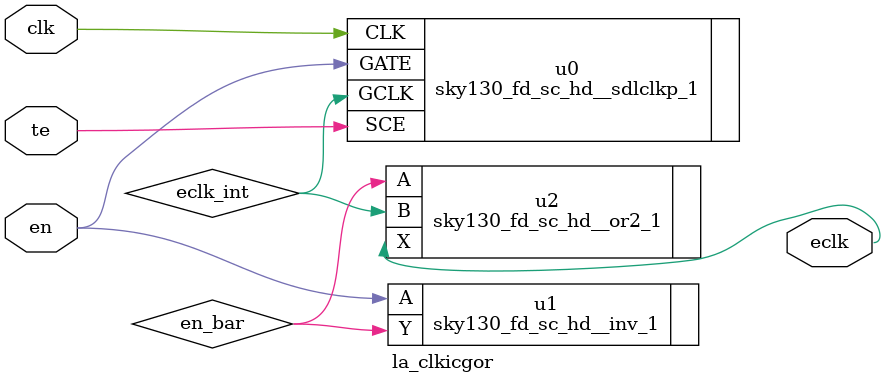
<source format=v>

module la_clkicgor #(
    parameter PROP = "DEFAULT"
) (
    input  clk,  // clock input
    input  te,   // test enable
    input  en,   // enable
    output eclk  // enabled clock output
);

  // reg en_stable;

  // always @(clk or en or te) if (clk) en_stable <= en | te;

  // assign eclk = clk | ~en_stable;

  wire eclk_int;
  wire en_bar;

  sky130_fd_sc_hd__sdlclkp_1 u0 (
      .CLK (clk),
      .SCE (te),
      .GATE(en),
      .GCLK(eclk_int)
  );

  sky130_fd_sc_hd__inv_1 u1 (
      .A(en),
      .Y(en_bar)
  );
  sky130_fd_sc_hd__or2_1 u2 (
      .A(en_bar),
      .B(eclk_int),
      .X(eclk)
  );

endmodule

</source>
